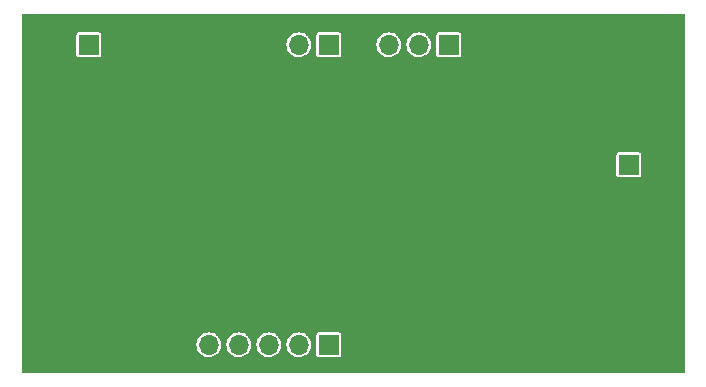
<source format=gbr>
%TF.GenerationSoftware,KiCad,Pcbnew,6.0.2+dfsg-1~bpo11+1*%
%TF.CreationDate,2022-03-03T13:43:19-05:00*%
%TF.ProjectId,RFM98PW-433S2_breakout,52464d39-3850-4572-9d34-333353325f62,rev?*%
%TF.SameCoordinates,Original*%
%TF.FileFunction,Copper,L2,Bot*%
%TF.FilePolarity,Positive*%
%FSLAX46Y46*%
G04 Gerber Fmt 4.6, Leading zero omitted, Abs format (unit mm)*
G04 Created by KiCad (PCBNEW 6.0.2+dfsg-1~bpo11+1) date 2022-03-03 13:43:19*
%MOMM*%
%LPD*%
G01*
G04 APERTURE LIST*
%TA.AperFunction,ComponentPad*%
%ADD10R,1.700000X1.700000*%
%TD*%
%TA.AperFunction,ComponentPad*%
%ADD11O,1.700000X1.700000*%
%TD*%
%TA.AperFunction,ViaPad*%
%ADD12C,0.800000*%
%TD*%
G04 APERTURE END LIST*
D10*
%TO.P,J3,1,Pin_1*%
%TO.N,RFM_DIO2*%
X154940000Y-86360000D03*
D11*
%TO.P,J3,2,Pin_2*%
%TO.N,RFM_DIO1*%
X152400000Y-86360000D03*
%TO.P,J3,3,Pin_3*%
%TO.N,RFM_DIO0*%
X149860000Y-86360000D03*
%TD*%
D10*
%TO.P,J5,1,Pin_1*%
%TO.N,+5V*%
X170180000Y-96520000D03*
D11*
%TO.P,J5,2,Pin_2*%
%TO.N,GND*%
X172720000Y-96520000D03*
%TD*%
D10*
%TO.P,J2,1,Pin_1*%
%TO.N,RFM_MISO*%
X144780000Y-111760000D03*
D11*
%TO.P,J2,2,Pin_2*%
%TO.N,RFM_MOSI*%
X142240000Y-111760000D03*
%TO.P,J2,3,Pin_3*%
%TO.N,RFM_SCK*%
X139700000Y-111760000D03*
%TO.P,J2,4,Pin_4*%
%TO.N,RFM_NSS*%
X137160000Y-111760000D03*
%TO.P,J2,5,Pin_5*%
%TO.N,RFM_RESET*%
X134620000Y-111760000D03*
%TD*%
D10*
%TO.P,J6,1,Pin_1*%
%TO.N,+3V3*%
X124460000Y-86360000D03*
D11*
%TO.P,J6,2,Pin_2*%
%TO.N,GND*%
X121920000Y-86360000D03*
%TD*%
D10*
%TO.P,J4,1,Pin_1*%
%TO.N,RFM_DIO4*%
X144780000Y-86360000D03*
D11*
%TO.P,J4,2,Pin_2*%
%TO.N,RFM_DIO3*%
X142240000Y-86360000D03*
%TD*%
D12*
%TO.N,GND*%
X143256000Y-97409000D03*
X143256000Y-95631000D03*
X147066000Y-99187000D03*
X136652000Y-95631000D03*
X145161000Y-97409000D03*
X138684000Y-97409000D03*
X143256000Y-99187000D03*
X136652000Y-99187000D03*
X140843000Y-99187000D03*
X136652000Y-97409000D03*
X138717000Y-99129000D03*
X145161000Y-95631000D03*
X147066000Y-97409000D03*
X147066000Y-95631000D03*
X138684000Y-95631000D03*
X145161000Y-99187000D03*
X140843000Y-95631000D03*
X140843000Y-97409000D03*
%TD*%
%TA.AperFunction,Conductor*%
%TO.N,GND*%
G36*
X174874321Y-83736002D02*
G01*
X174920814Y-83789658D01*
X174932200Y-83842000D01*
X174932200Y-114024000D01*
X174912198Y-114092121D01*
X174858542Y-114138614D01*
X174806200Y-114150000D01*
X118894000Y-114150000D01*
X118825879Y-114129998D01*
X118779386Y-114076342D01*
X118768000Y-114024000D01*
X118768000Y-111745262D01*
X133564520Y-111745262D01*
X133581759Y-111950553D01*
X133638544Y-112148586D01*
X133641359Y-112154063D01*
X133641360Y-112154066D01*
X133662247Y-112194707D01*
X133732712Y-112331818D01*
X133860677Y-112493270D01*
X134017564Y-112626791D01*
X134197398Y-112727297D01*
X134281280Y-112754552D01*
X134387471Y-112789056D01*
X134387475Y-112789057D01*
X134393329Y-112790959D01*
X134597894Y-112815351D01*
X134604029Y-112814879D01*
X134604031Y-112814879D01*
X134676625Y-112809293D01*
X134803300Y-112799546D01*
X134809230Y-112797890D01*
X134809232Y-112797890D01*
X134995797Y-112745800D01*
X134995796Y-112745800D01*
X135001725Y-112744145D01*
X135007214Y-112741372D01*
X135007220Y-112741370D01*
X135180116Y-112654033D01*
X135185610Y-112651258D01*
X135347951Y-112524424D01*
X135482564Y-112368472D01*
X135503387Y-112331818D01*
X135581276Y-112194707D01*
X135584323Y-112189344D01*
X135649351Y-111993863D01*
X135675171Y-111789474D01*
X135675583Y-111760000D01*
X135674138Y-111745262D01*
X136104520Y-111745262D01*
X136121759Y-111950553D01*
X136178544Y-112148586D01*
X136181359Y-112154063D01*
X136181360Y-112154066D01*
X136202247Y-112194707D01*
X136272712Y-112331818D01*
X136400677Y-112493270D01*
X136557564Y-112626791D01*
X136737398Y-112727297D01*
X136821280Y-112754552D01*
X136927471Y-112789056D01*
X136927475Y-112789057D01*
X136933329Y-112790959D01*
X137137894Y-112815351D01*
X137144029Y-112814879D01*
X137144031Y-112814879D01*
X137216625Y-112809293D01*
X137343300Y-112799546D01*
X137349230Y-112797890D01*
X137349232Y-112797890D01*
X137535797Y-112745800D01*
X137535796Y-112745800D01*
X137541725Y-112744145D01*
X137547214Y-112741372D01*
X137547220Y-112741370D01*
X137720116Y-112654033D01*
X137725610Y-112651258D01*
X137887951Y-112524424D01*
X138022564Y-112368472D01*
X138043387Y-112331818D01*
X138121276Y-112194707D01*
X138124323Y-112189344D01*
X138189351Y-111993863D01*
X138215171Y-111789474D01*
X138215583Y-111760000D01*
X138214138Y-111745262D01*
X138644520Y-111745262D01*
X138661759Y-111950553D01*
X138718544Y-112148586D01*
X138721359Y-112154063D01*
X138721360Y-112154066D01*
X138742247Y-112194707D01*
X138812712Y-112331818D01*
X138940677Y-112493270D01*
X139097564Y-112626791D01*
X139277398Y-112727297D01*
X139361280Y-112754552D01*
X139467471Y-112789056D01*
X139467475Y-112789057D01*
X139473329Y-112790959D01*
X139677894Y-112815351D01*
X139684029Y-112814879D01*
X139684031Y-112814879D01*
X139756625Y-112809293D01*
X139883300Y-112799546D01*
X139889230Y-112797890D01*
X139889232Y-112797890D01*
X140075797Y-112745800D01*
X140075796Y-112745800D01*
X140081725Y-112744145D01*
X140087214Y-112741372D01*
X140087220Y-112741370D01*
X140260116Y-112654033D01*
X140265610Y-112651258D01*
X140427951Y-112524424D01*
X140562564Y-112368472D01*
X140583387Y-112331818D01*
X140661276Y-112194707D01*
X140664323Y-112189344D01*
X140729351Y-111993863D01*
X140755171Y-111789474D01*
X140755583Y-111760000D01*
X140754138Y-111745262D01*
X141184520Y-111745262D01*
X141201759Y-111950553D01*
X141258544Y-112148586D01*
X141261359Y-112154063D01*
X141261360Y-112154066D01*
X141282247Y-112194707D01*
X141352712Y-112331818D01*
X141480677Y-112493270D01*
X141637564Y-112626791D01*
X141817398Y-112727297D01*
X141901280Y-112754552D01*
X142007471Y-112789056D01*
X142007475Y-112789057D01*
X142013329Y-112790959D01*
X142217894Y-112815351D01*
X142224029Y-112814879D01*
X142224031Y-112814879D01*
X142296625Y-112809293D01*
X142423300Y-112799546D01*
X142429230Y-112797890D01*
X142429232Y-112797890D01*
X142615797Y-112745800D01*
X142615796Y-112745800D01*
X142621725Y-112744145D01*
X142627214Y-112741372D01*
X142627220Y-112741370D01*
X142800116Y-112654033D01*
X142805610Y-112651258D01*
X142833142Y-112629748D01*
X143729500Y-112629748D01*
X143730707Y-112635816D01*
X143734331Y-112654033D01*
X143741133Y-112688231D01*
X143785448Y-112754552D01*
X143851769Y-112798867D01*
X143863938Y-112801288D01*
X143863939Y-112801288D01*
X143904184Y-112809293D01*
X143910252Y-112810500D01*
X145649748Y-112810500D01*
X145655816Y-112809293D01*
X145696061Y-112801288D01*
X145696062Y-112801288D01*
X145708231Y-112798867D01*
X145774552Y-112754552D01*
X145818867Y-112688231D01*
X145825670Y-112654033D01*
X145829293Y-112635816D01*
X145830500Y-112629748D01*
X145830500Y-110890252D01*
X145818867Y-110831769D01*
X145774552Y-110765448D01*
X145708231Y-110721133D01*
X145696062Y-110718712D01*
X145696061Y-110718712D01*
X145655816Y-110710707D01*
X145649748Y-110709500D01*
X143910252Y-110709500D01*
X143904184Y-110710707D01*
X143863939Y-110718712D01*
X143863938Y-110718712D01*
X143851769Y-110721133D01*
X143785448Y-110765448D01*
X143741133Y-110831769D01*
X143729500Y-110890252D01*
X143729500Y-112629748D01*
X142833142Y-112629748D01*
X142967951Y-112524424D01*
X143102564Y-112368472D01*
X143123387Y-112331818D01*
X143201276Y-112194707D01*
X143204323Y-112189344D01*
X143269351Y-111993863D01*
X143295171Y-111789474D01*
X143295583Y-111760000D01*
X143275480Y-111554970D01*
X143215935Y-111357749D01*
X143119218Y-111175849D01*
X143045859Y-111085902D01*
X142992906Y-111020975D01*
X142992903Y-111020972D01*
X142989011Y-111016200D01*
X142971786Y-111001950D01*
X142835025Y-110888811D01*
X142835021Y-110888809D01*
X142830275Y-110884882D01*
X142649055Y-110786897D01*
X142452254Y-110725977D01*
X142446129Y-110725333D01*
X142446128Y-110725333D01*
X142253498Y-110705087D01*
X142253496Y-110705087D01*
X142247369Y-110704443D01*
X142160529Y-110712346D01*
X142048342Y-110722555D01*
X142048339Y-110722556D01*
X142042203Y-110723114D01*
X141844572Y-110781280D01*
X141662002Y-110876726D01*
X141657201Y-110880586D01*
X141657198Y-110880588D01*
X141506254Y-111001950D01*
X141501447Y-111005815D01*
X141369024Y-111163630D01*
X141366056Y-111169028D01*
X141366053Y-111169033D01*
X141359315Y-111181290D01*
X141269776Y-111344162D01*
X141207484Y-111540532D01*
X141206798Y-111546649D01*
X141206797Y-111546653D01*
X141185207Y-111739137D01*
X141184520Y-111745262D01*
X140754138Y-111745262D01*
X140735480Y-111554970D01*
X140675935Y-111357749D01*
X140579218Y-111175849D01*
X140505859Y-111085902D01*
X140452906Y-111020975D01*
X140452903Y-111020972D01*
X140449011Y-111016200D01*
X140431786Y-111001950D01*
X140295025Y-110888811D01*
X140295021Y-110888809D01*
X140290275Y-110884882D01*
X140109055Y-110786897D01*
X139912254Y-110725977D01*
X139906129Y-110725333D01*
X139906128Y-110725333D01*
X139713498Y-110705087D01*
X139713496Y-110705087D01*
X139707369Y-110704443D01*
X139620529Y-110712346D01*
X139508342Y-110722555D01*
X139508339Y-110722556D01*
X139502203Y-110723114D01*
X139304572Y-110781280D01*
X139122002Y-110876726D01*
X139117201Y-110880586D01*
X139117198Y-110880588D01*
X138966254Y-111001950D01*
X138961447Y-111005815D01*
X138829024Y-111163630D01*
X138826056Y-111169028D01*
X138826053Y-111169033D01*
X138819315Y-111181290D01*
X138729776Y-111344162D01*
X138667484Y-111540532D01*
X138666798Y-111546649D01*
X138666797Y-111546653D01*
X138645207Y-111739137D01*
X138644520Y-111745262D01*
X138214138Y-111745262D01*
X138195480Y-111554970D01*
X138135935Y-111357749D01*
X138039218Y-111175849D01*
X137965859Y-111085902D01*
X137912906Y-111020975D01*
X137912903Y-111020972D01*
X137909011Y-111016200D01*
X137891786Y-111001950D01*
X137755025Y-110888811D01*
X137755021Y-110888809D01*
X137750275Y-110884882D01*
X137569055Y-110786897D01*
X137372254Y-110725977D01*
X137366129Y-110725333D01*
X137366128Y-110725333D01*
X137173498Y-110705087D01*
X137173496Y-110705087D01*
X137167369Y-110704443D01*
X137080529Y-110712346D01*
X136968342Y-110722555D01*
X136968339Y-110722556D01*
X136962203Y-110723114D01*
X136764572Y-110781280D01*
X136582002Y-110876726D01*
X136577201Y-110880586D01*
X136577198Y-110880588D01*
X136426254Y-111001950D01*
X136421447Y-111005815D01*
X136289024Y-111163630D01*
X136286056Y-111169028D01*
X136286053Y-111169033D01*
X136279315Y-111181290D01*
X136189776Y-111344162D01*
X136127484Y-111540532D01*
X136126798Y-111546649D01*
X136126797Y-111546653D01*
X136105207Y-111739137D01*
X136104520Y-111745262D01*
X135674138Y-111745262D01*
X135655480Y-111554970D01*
X135595935Y-111357749D01*
X135499218Y-111175849D01*
X135425859Y-111085902D01*
X135372906Y-111020975D01*
X135372903Y-111020972D01*
X135369011Y-111016200D01*
X135351786Y-111001950D01*
X135215025Y-110888811D01*
X135215021Y-110888809D01*
X135210275Y-110884882D01*
X135029055Y-110786897D01*
X134832254Y-110725977D01*
X134826129Y-110725333D01*
X134826128Y-110725333D01*
X134633498Y-110705087D01*
X134633496Y-110705087D01*
X134627369Y-110704443D01*
X134540529Y-110712346D01*
X134428342Y-110722555D01*
X134428339Y-110722556D01*
X134422203Y-110723114D01*
X134224572Y-110781280D01*
X134042002Y-110876726D01*
X134037201Y-110880586D01*
X134037198Y-110880588D01*
X133886254Y-111001950D01*
X133881447Y-111005815D01*
X133749024Y-111163630D01*
X133746056Y-111169028D01*
X133746053Y-111169033D01*
X133739315Y-111181290D01*
X133649776Y-111344162D01*
X133587484Y-111540532D01*
X133586798Y-111546649D01*
X133586797Y-111546653D01*
X133565207Y-111739137D01*
X133564520Y-111745262D01*
X118768000Y-111745262D01*
X118768000Y-97389748D01*
X169129500Y-97389748D01*
X169141133Y-97448231D01*
X169185448Y-97514552D01*
X169251769Y-97558867D01*
X169263938Y-97561288D01*
X169263939Y-97561288D01*
X169304184Y-97569293D01*
X169310252Y-97570500D01*
X171049748Y-97570500D01*
X171055816Y-97569293D01*
X171096061Y-97561288D01*
X171096062Y-97561288D01*
X171108231Y-97558867D01*
X171174552Y-97514552D01*
X171218867Y-97448231D01*
X171230500Y-97389748D01*
X171230500Y-95650252D01*
X171218867Y-95591769D01*
X171174552Y-95525448D01*
X171108231Y-95481133D01*
X171096062Y-95478712D01*
X171096061Y-95478712D01*
X171055816Y-95470707D01*
X171049748Y-95469500D01*
X169310252Y-95469500D01*
X169304184Y-95470707D01*
X169263939Y-95478712D01*
X169263938Y-95478712D01*
X169251769Y-95481133D01*
X169185448Y-95525448D01*
X169141133Y-95591769D01*
X169129500Y-95650252D01*
X169129500Y-97389748D01*
X118768000Y-97389748D01*
X118768000Y-87229748D01*
X123409500Y-87229748D01*
X123410707Y-87235816D01*
X123414331Y-87254033D01*
X123421133Y-87288231D01*
X123465448Y-87354552D01*
X123531769Y-87398867D01*
X123543938Y-87401288D01*
X123543939Y-87401288D01*
X123584184Y-87409293D01*
X123590252Y-87410500D01*
X125329748Y-87410500D01*
X125335816Y-87409293D01*
X125376061Y-87401288D01*
X125376062Y-87401288D01*
X125388231Y-87398867D01*
X125454552Y-87354552D01*
X125498867Y-87288231D01*
X125505670Y-87254033D01*
X125509293Y-87235816D01*
X125510500Y-87229748D01*
X125510500Y-86345262D01*
X141184520Y-86345262D01*
X141201759Y-86550553D01*
X141258544Y-86748586D01*
X141261359Y-86754063D01*
X141261360Y-86754066D01*
X141282247Y-86794707D01*
X141352712Y-86931818D01*
X141480677Y-87093270D01*
X141637564Y-87226791D01*
X141817398Y-87327297D01*
X141901280Y-87354552D01*
X142007471Y-87389056D01*
X142007475Y-87389057D01*
X142013329Y-87390959D01*
X142217894Y-87415351D01*
X142224029Y-87414879D01*
X142224031Y-87414879D01*
X142296625Y-87409293D01*
X142423300Y-87399546D01*
X142429230Y-87397890D01*
X142429232Y-87397890D01*
X142615797Y-87345800D01*
X142615796Y-87345800D01*
X142621725Y-87344145D01*
X142627214Y-87341372D01*
X142627220Y-87341370D01*
X142800116Y-87254033D01*
X142805610Y-87251258D01*
X142833142Y-87229748D01*
X143729500Y-87229748D01*
X143730707Y-87235816D01*
X143734331Y-87254033D01*
X143741133Y-87288231D01*
X143785448Y-87354552D01*
X143851769Y-87398867D01*
X143863938Y-87401288D01*
X143863939Y-87401288D01*
X143904184Y-87409293D01*
X143910252Y-87410500D01*
X145649748Y-87410500D01*
X145655816Y-87409293D01*
X145696061Y-87401288D01*
X145696062Y-87401288D01*
X145708231Y-87398867D01*
X145774552Y-87354552D01*
X145818867Y-87288231D01*
X145825670Y-87254033D01*
X145829293Y-87235816D01*
X145830500Y-87229748D01*
X145830500Y-86345262D01*
X148804520Y-86345262D01*
X148821759Y-86550553D01*
X148878544Y-86748586D01*
X148881359Y-86754063D01*
X148881360Y-86754066D01*
X148902247Y-86794707D01*
X148972712Y-86931818D01*
X149100677Y-87093270D01*
X149257564Y-87226791D01*
X149437398Y-87327297D01*
X149521280Y-87354552D01*
X149627471Y-87389056D01*
X149627475Y-87389057D01*
X149633329Y-87390959D01*
X149837894Y-87415351D01*
X149844029Y-87414879D01*
X149844031Y-87414879D01*
X149916625Y-87409293D01*
X150043300Y-87399546D01*
X150049230Y-87397890D01*
X150049232Y-87397890D01*
X150235797Y-87345800D01*
X150235796Y-87345800D01*
X150241725Y-87344145D01*
X150247214Y-87341372D01*
X150247220Y-87341370D01*
X150420116Y-87254033D01*
X150425610Y-87251258D01*
X150587951Y-87124424D01*
X150722564Y-86968472D01*
X150743387Y-86931818D01*
X150821276Y-86794707D01*
X150824323Y-86789344D01*
X150889351Y-86593863D01*
X150915171Y-86389474D01*
X150915583Y-86360000D01*
X150914138Y-86345262D01*
X151344520Y-86345262D01*
X151361759Y-86550553D01*
X151418544Y-86748586D01*
X151421359Y-86754063D01*
X151421360Y-86754066D01*
X151442247Y-86794707D01*
X151512712Y-86931818D01*
X151640677Y-87093270D01*
X151797564Y-87226791D01*
X151977398Y-87327297D01*
X152061280Y-87354552D01*
X152167471Y-87389056D01*
X152167475Y-87389057D01*
X152173329Y-87390959D01*
X152377894Y-87415351D01*
X152384029Y-87414879D01*
X152384031Y-87414879D01*
X152456625Y-87409293D01*
X152583300Y-87399546D01*
X152589230Y-87397890D01*
X152589232Y-87397890D01*
X152775797Y-87345800D01*
X152775796Y-87345800D01*
X152781725Y-87344145D01*
X152787214Y-87341372D01*
X152787220Y-87341370D01*
X152960116Y-87254033D01*
X152965610Y-87251258D01*
X152993142Y-87229748D01*
X153889500Y-87229748D01*
X153890707Y-87235816D01*
X153894331Y-87254033D01*
X153901133Y-87288231D01*
X153945448Y-87354552D01*
X154011769Y-87398867D01*
X154023938Y-87401288D01*
X154023939Y-87401288D01*
X154064184Y-87409293D01*
X154070252Y-87410500D01*
X155809748Y-87410500D01*
X155815816Y-87409293D01*
X155856061Y-87401288D01*
X155856062Y-87401288D01*
X155868231Y-87398867D01*
X155934552Y-87354552D01*
X155978867Y-87288231D01*
X155985670Y-87254033D01*
X155989293Y-87235816D01*
X155990500Y-87229748D01*
X155990500Y-85490252D01*
X155978867Y-85431769D01*
X155934552Y-85365448D01*
X155868231Y-85321133D01*
X155856062Y-85318712D01*
X155856061Y-85318712D01*
X155815816Y-85310707D01*
X155809748Y-85309500D01*
X154070252Y-85309500D01*
X154064184Y-85310707D01*
X154023939Y-85318712D01*
X154023938Y-85318712D01*
X154011769Y-85321133D01*
X153945448Y-85365448D01*
X153901133Y-85431769D01*
X153889500Y-85490252D01*
X153889500Y-87229748D01*
X152993142Y-87229748D01*
X153127951Y-87124424D01*
X153262564Y-86968472D01*
X153283387Y-86931818D01*
X153361276Y-86794707D01*
X153364323Y-86789344D01*
X153429351Y-86593863D01*
X153455171Y-86389474D01*
X153455583Y-86360000D01*
X153435480Y-86154970D01*
X153375935Y-85957749D01*
X153279218Y-85775849D01*
X153205859Y-85685902D01*
X153152906Y-85620975D01*
X153152903Y-85620972D01*
X153149011Y-85616200D01*
X153131786Y-85601950D01*
X152995025Y-85488811D01*
X152995021Y-85488809D01*
X152990275Y-85484882D01*
X152809055Y-85386897D01*
X152612254Y-85325977D01*
X152606129Y-85325333D01*
X152606128Y-85325333D01*
X152413498Y-85305087D01*
X152413496Y-85305087D01*
X152407369Y-85304443D01*
X152320529Y-85312346D01*
X152208342Y-85322555D01*
X152208339Y-85322556D01*
X152202203Y-85323114D01*
X152004572Y-85381280D01*
X151822002Y-85476726D01*
X151817201Y-85480586D01*
X151817198Y-85480588D01*
X151666254Y-85601950D01*
X151661447Y-85605815D01*
X151529024Y-85763630D01*
X151526056Y-85769028D01*
X151526053Y-85769033D01*
X151519315Y-85781290D01*
X151429776Y-85944162D01*
X151367484Y-86140532D01*
X151366798Y-86146649D01*
X151366797Y-86146653D01*
X151345207Y-86339137D01*
X151344520Y-86345262D01*
X150914138Y-86345262D01*
X150895480Y-86154970D01*
X150835935Y-85957749D01*
X150739218Y-85775849D01*
X150665859Y-85685902D01*
X150612906Y-85620975D01*
X150612903Y-85620972D01*
X150609011Y-85616200D01*
X150591786Y-85601950D01*
X150455025Y-85488811D01*
X150455021Y-85488809D01*
X150450275Y-85484882D01*
X150269055Y-85386897D01*
X150072254Y-85325977D01*
X150066129Y-85325333D01*
X150066128Y-85325333D01*
X149873498Y-85305087D01*
X149873496Y-85305087D01*
X149867369Y-85304443D01*
X149780529Y-85312346D01*
X149668342Y-85322555D01*
X149668339Y-85322556D01*
X149662203Y-85323114D01*
X149464572Y-85381280D01*
X149282002Y-85476726D01*
X149277201Y-85480586D01*
X149277198Y-85480588D01*
X149126254Y-85601950D01*
X149121447Y-85605815D01*
X148989024Y-85763630D01*
X148986056Y-85769028D01*
X148986053Y-85769033D01*
X148979315Y-85781290D01*
X148889776Y-85944162D01*
X148827484Y-86140532D01*
X148826798Y-86146649D01*
X148826797Y-86146653D01*
X148805207Y-86339137D01*
X148804520Y-86345262D01*
X145830500Y-86345262D01*
X145830500Y-85490252D01*
X145818867Y-85431769D01*
X145774552Y-85365448D01*
X145708231Y-85321133D01*
X145696062Y-85318712D01*
X145696061Y-85318712D01*
X145655816Y-85310707D01*
X145649748Y-85309500D01*
X143910252Y-85309500D01*
X143904184Y-85310707D01*
X143863939Y-85318712D01*
X143863938Y-85318712D01*
X143851769Y-85321133D01*
X143785448Y-85365448D01*
X143741133Y-85431769D01*
X143729500Y-85490252D01*
X143729500Y-87229748D01*
X142833142Y-87229748D01*
X142967951Y-87124424D01*
X143102564Y-86968472D01*
X143123387Y-86931818D01*
X143201276Y-86794707D01*
X143204323Y-86789344D01*
X143269351Y-86593863D01*
X143295171Y-86389474D01*
X143295583Y-86360000D01*
X143275480Y-86154970D01*
X143215935Y-85957749D01*
X143119218Y-85775849D01*
X143045859Y-85685902D01*
X142992906Y-85620975D01*
X142992903Y-85620972D01*
X142989011Y-85616200D01*
X142971786Y-85601950D01*
X142835025Y-85488811D01*
X142835021Y-85488809D01*
X142830275Y-85484882D01*
X142649055Y-85386897D01*
X142452254Y-85325977D01*
X142446129Y-85325333D01*
X142446128Y-85325333D01*
X142253498Y-85305087D01*
X142253496Y-85305087D01*
X142247369Y-85304443D01*
X142160529Y-85312346D01*
X142048342Y-85322555D01*
X142048339Y-85322556D01*
X142042203Y-85323114D01*
X141844572Y-85381280D01*
X141662002Y-85476726D01*
X141657201Y-85480586D01*
X141657198Y-85480588D01*
X141506254Y-85601950D01*
X141501447Y-85605815D01*
X141369024Y-85763630D01*
X141366056Y-85769028D01*
X141366053Y-85769033D01*
X141359315Y-85781290D01*
X141269776Y-85944162D01*
X141207484Y-86140532D01*
X141206798Y-86146649D01*
X141206797Y-86146653D01*
X141185207Y-86339137D01*
X141184520Y-86345262D01*
X125510500Y-86345262D01*
X125510500Y-85490252D01*
X125498867Y-85431769D01*
X125454552Y-85365448D01*
X125388231Y-85321133D01*
X125376062Y-85318712D01*
X125376061Y-85318712D01*
X125335816Y-85310707D01*
X125329748Y-85309500D01*
X123590252Y-85309500D01*
X123584184Y-85310707D01*
X123543939Y-85318712D01*
X123543938Y-85318712D01*
X123531769Y-85321133D01*
X123465448Y-85365448D01*
X123421133Y-85431769D01*
X123409500Y-85490252D01*
X123409500Y-87229748D01*
X118768000Y-87229748D01*
X118768000Y-83842000D01*
X118788002Y-83773879D01*
X118841658Y-83727386D01*
X118894000Y-83716000D01*
X174806200Y-83716000D01*
X174874321Y-83736002D01*
G37*
%TD.AperFunction*%
%TD*%
M02*

</source>
